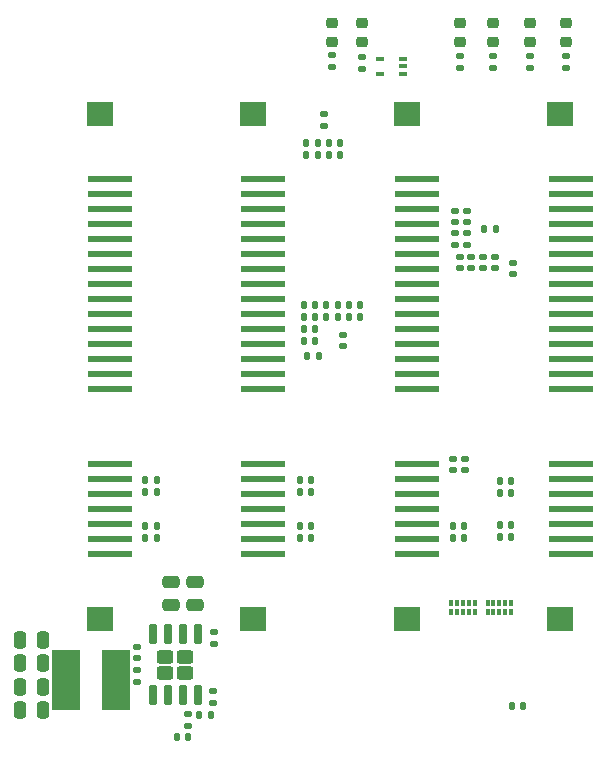
<source format=gbr>
%TF.GenerationSoftware,KiCad,Pcbnew,(6.0.7)*%
%TF.CreationDate,2022-11-16T16:45:53+01:00*%
%TF.ProjectId,MainBoard,4d61696e-426f-4617-9264-2e6b69636164,rev?*%
%TF.SameCoordinates,PXa344e00PY7102aa0*%
%TF.FileFunction,Paste,Bot*%
%TF.FilePolarity,Positive*%
%FSLAX46Y46*%
G04 Gerber Fmt 4.6, Leading zero omitted, Abs format (unit mm)*
G04 Created by KiCad (PCBNEW (6.0.7)) date 2022-11-16 16:45:53*
%MOMM*%
%LPD*%
G01*
G04 APERTURE LIST*
G04 Aperture macros list*
%AMRoundRect*
0 Rectangle with rounded corners*
0 $1 Rounding radius*
0 $2 $3 $4 $5 $6 $7 $8 $9 X,Y pos of 4 corners*
0 Add a 4 corners polygon primitive as box body*
4,1,4,$2,$3,$4,$5,$6,$7,$8,$9,$2,$3,0*
0 Add four circle primitives for the rounded corners*
1,1,$1+$1,$2,$3*
1,1,$1+$1,$4,$5*
1,1,$1+$1,$6,$7*
1,1,$1+$1,$8,$9*
0 Add four rect primitives between the rounded corners*
20,1,$1+$1,$2,$3,$4,$5,0*
20,1,$1+$1,$4,$5,$6,$7,0*
20,1,$1+$1,$6,$7,$8,$9,0*
20,1,$1+$1,$8,$9,$2,$3,0*%
%AMOutline4P*
0 Free polygon, 4 corners , with rotation*
0 The origin of the aperture is its center*
0 number of corners: always 4*
0 $1 to $8 corner X, Y*
0 $9 Rotation angle, in degrees counterclockwise*
0 create outline with 4 corners*
4,1,4,$1,$2,$3,$4,$5,$6,$7,$8,$1,$2,$9*%
G04 Aperture macros list end*
%ADD10R,0.650000X0.400000*%
%ADD11RoundRect,0.135000X-0.185000X0.135000X-0.185000X-0.135000X0.185000X-0.135000X0.185000X0.135000X0*%
%ADD12RoundRect,0.147500X0.172500X-0.147500X0.172500X0.147500X-0.172500X0.147500X-0.172500X-0.147500X0*%
%ADD13RoundRect,0.147500X0.147500X0.172500X-0.147500X0.172500X-0.147500X-0.172500X0.147500X-0.172500X0*%
%ADD14R,0.300000X0.550000*%
%ADD15R,0.400000X0.550000*%
%ADD16RoundRect,0.140000X0.140000X0.170000X-0.140000X0.170000X-0.140000X-0.170000X0.140000X-0.170000X0*%
%ADD17RoundRect,0.135000X0.185000X-0.135000X0.185000X0.135000X-0.185000X0.135000X-0.185000X-0.135000X0*%
%ADD18R,3.800000X0.600000*%
%ADD19Outline4P,-1.050000X-1.100000X1.050000X-1.100000X1.050000X1.100000X-1.050000X1.100000X90.000000*%
%ADD20RoundRect,0.250000X-0.475000X0.250000X-0.475000X-0.250000X0.475000X-0.250000X0.475000X0.250000X0*%
%ADD21RoundRect,0.250000X-0.250000X-0.475000X0.250000X-0.475000X0.250000X0.475000X-0.250000X0.475000X0*%
%ADD22RoundRect,0.140000X-0.140000X-0.170000X0.140000X-0.170000X0.140000X0.170000X-0.140000X0.170000X0*%
%ADD23RoundRect,0.218750X0.256250X-0.218750X0.256250X0.218750X-0.256250X0.218750X-0.256250X-0.218750X0*%
%ADD24RoundRect,0.135000X0.135000X0.185000X-0.135000X0.185000X-0.135000X-0.185000X0.135000X-0.185000X0*%
%ADD25RoundRect,0.147500X-0.172500X0.147500X-0.172500X-0.147500X0.172500X-0.147500X0.172500X0.147500X0*%
%ADD26RoundRect,0.140000X-0.170000X0.140000X-0.170000X-0.140000X0.170000X-0.140000X0.170000X0.140000X0*%
%ADD27R,2.350000X5.100000*%
%ADD28R,3.700000X0.600000*%
%ADD29RoundRect,0.140000X0.170000X-0.140000X0.170000X0.140000X-0.170000X0.140000X-0.170000X-0.140000X0*%
%ADD30RoundRect,0.250000X-0.460000X0.315000X-0.460000X-0.315000X0.460000X-0.315000X0.460000X0.315000X0*%
%ADD31RoundRect,0.150000X-0.150000X0.737500X-0.150000X-0.737500X0.150000X-0.737500X0.150000X0.737500X0*%
G04 APERTURE END LIST*
D10*
%TO.C,U9*%
X33475000Y65775000D03*
X33475000Y65125000D03*
X33475000Y64475000D03*
X31575000Y64475000D03*
X31575000Y65775000D03*
%TD*%
D11*
%TO.C,R8*%
X38300000Y66010000D03*
X38300000Y64990000D03*
%TD*%
D12*
%TO.C,FB3*%
X42800000Y47515000D03*
X42800000Y48485000D03*
%TD*%
D13*
%TO.C,FB2*%
X41385000Y51400000D03*
X40415000Y51400000D03*
%TD*%
D14*
%TO.C,U1*%
X42670000Y18955000D03*
X42170000Y18955000D03*
D15*
X41670000Y18955000D03*
D14*
X41170000Y18955000D03*
X40670000Y18955000D03*
X40670000Y19725000D03*
X41170000Y19725000D03*
D15*
X41670000Y19725000D03*
D14*
X42170000Y19725000D03*
X42670000Y19725000D03*
%TD*%
D16*
%TO.C,C41*%
X26280000Y57600000D03*
X25320000Y57600000D03*
%TD*%
D17*
%TO.C,R27*%
X30050000Y64940000D03*
X30050000Y65960000D03*
%TD*%
D18*
%TO.C,J2*%
X47700000Y23855000D03*
X47700000Y25125000D03*
X47700000Y26395000D03*
X47700000Y27665000D03*
X47700000Y28935000D03*
X47700000Y30205000D03*
X47700000Y31475000D03*
X47700000Y37825000D03*
X47700000Y39095000D03*
X47700000Y40365000D03*
X47700000Y41635000D03*
X47700000Y42905000D03*
X47700000Y44175000D03*
X47700000Y45445000D03*
X47700000Y46715000D03*
X47700000Y47985000D03*
X47700000Y49255000D03*
X47700000Y50525000D03*
X47700000Y51795000D03*
X47700000Y53065000D03*
X47700000Y54335000D03*
X47700000Y55605000D03*
D19*
X46850000Y61080000D03*
X46850000Y18380000D03*
%TD*%
D16*
%TO.C,C1*%
X43700000Y11000000D03*
X42740000Y11000000D03*
%TD*%
D11*
%TO.C,R6*%
X44300000Y66010000D03*
X44300000Y64990000D03*
%TD*%
D20*
%TO.C,C75*%
X13870000Y21450000D03*
X13870000Y19550000D03*
%TD*%
D21*
%TO.C,C76*%
X1120000Y12600000D03*
X3020000Y12600000D03*
%TD*%
D16*
%TO.C,C18*%
X42650000Y30020000D03*
X41690000Y30020000D03*
%TD*%
D22*
%TO.C,C17*%
X11690000Y29100000D03*
X12650000Y29100000D03*
%TD*%
%TO.C,C10*%
X11690000Y26200000D03*
X12650000Y26200000D03*
%TD*%
D17*
%TO.C,R21*%
X15300000Y9290000D03*
X15300000Y10310000D03*
%TD*%
D16*
%TO.C,C56*%
X27980000Y44900000D03*
X27020000Y44900000D03*
%TD*%
D22*
%TO.C,C16*%
X24790000Y29100000D03*
X25750000Y29100000D03*
%TD*%
%TO.C,C20*%
X24790000Y30080000D03*
X25750000Y30080000D03*
%TD*%
D12*
%TO.C,FB6*%
X28400000Y41415000D03*
X28400000Y42385000D03*
%TD*%
D22*
%TO.C,C8*%
X37748000Y26234000D03*
X38708000Y26234000D03*
%TD*%
D23*
%TO.C,D1*%
X47300000Y67212500D03*
X47300000Y68787500D03*
%TD*%
%TO.C,D2*%
X44300000Y67212500D03*
X44300000Y68787500D03*
%TD*%
D22*
%TO.C,C21*%
X11690000Y30080000D03*
X12650000Y30080000D03*
%TD*%
%TO.C,C5*%
X24790000Y25200000D03*
X25750000Y25200000D03*
%TD*%
%TO.C,C77*%
X14352000Y8326000D03*
X15312000Y8326000D03*
%TD*%
D24*
%TO.C,R22*%
X17285000Y10250000D03*
X16265000Y10250000D03*
%TD*%
D22*
%TO.C,C48*%
X25120000Y42900000D03*
X26080000Y42900000D03*
%TD*%
D11*
%TO.C,R5*%
X47300000Y66010000D03*
X47300000Y64990000D03*
%TD*%
D13*
%TO.C,FB7*%
X26385000Y40600000D03*
X25415000Y40600000D03*
%TD*%
D11*
%TO.C,R23*%
X17440000Y12220000D03*
X17440000Y11200000D03*
%TD*%
D22*
%TO.C,C4*%
X37728000Y25218000D03*
X38688000Y25218000D03*
%TD*%
D25*
%TO.C,FB5*%
X26800000Y61085000D03*
X26800000Y60115000D03*
%TD*%
D26*
%TO.C,C66*%
X11000000Y15960000D03*
X11000000Y15000000D03*
%TD*%
D11*
%TO.C,R20*%
X11000000Y13990000D03*
X11000000Y12970000D03*
%TD*%
D23*
%TO.C,D11*%
X27500000Y67212500D03*
X27500000Y68787500D03*
%TD*%
D22*
%TO.C,C59*%
X25120000Y41900000D03*
X26080000Y41900000D03*
%TD*%
D27*
%TO.C,L1*%
X9175000Y13200000D03*
X5025000Y13200000D03*
%TD*%
D22*
%TO.C,C6*%
X11690000Y25200000D03*
X12650000Y25200000D03*
%TD*%
D26*
%TO.C,C34*%
X40300000Y48980000D03*
X40300000Y48020000D03*
%TD*%
%TO.C,C39*%
X41300000Y48980000D03*
X41300000Y48020000D03*
%TD*%
%TO.C,C38*%
X38900000Y50980000D03*
X38900000Y50020000D03*
%TD*%
D23*
%TO.C,D3*%
X41170000Y67212500D03*
X41170000Y68787500D03*
%TD*%
D21*
%TO.C,C71*%
X1120000Y14600000D03*
X3020000Y14600000D03*
%TD*%
D23*
%TO.C,D4*%
X38300000Y67212500D03*
X38300000Y68787500D03*
%TD*%
D22*
%TO.C,C9*%
X24790000Y26180000D03*
X25750000Y26180000D03*
%TD*%
%TO.C,C57*%
X25120000Y43900000D03*
X26080000Y43900000D03*
%TD*%
D16*
%TO.C,C14*%
X42650000Y29000000D03*
X41690000Y29000000D03*
%TD*%
D18*
%TO.C,J3*%
X34700000Y23845000D03*
X34700000Y25115000D03*
X34700000Y26385000D03*
X34700000Y27655000D03*
X34700000Y28925000D03*
D28*
X34700000Y30195000D03*
D18*
X34700000Y31465000D03*
X34700000Y37815000D03*
X34700000Y39085000D03*
X34700000Y40355000D03*
X34700000Y41625000D03*
X34700000Y42895000D03*
X34700000Y44165000D03*
X34700000Y45435000D03*
X34700000Y46705000D03*
X34700000Y47975000D03*
X34700000Y49245000D03*
X34700000Y50515000D03*
X34700000Y51785000D03*
X34700000Y53055000D03*
X34700000Y54325000D03*
X34700000Y55595000D03*
D19*
X33850000Y18370000D03*
X33850000Y61070000D03*
%TD*%
D14*
%TO.C,U2*%
X39620000Y18915000D03*
X39120000Y18915000D03*
D15*
X38620000Y18915000D03*
D14*
X38120000Y18915000D03*
X37620000Y18915000D03*
X37620000Y19685000D03*
X38120000Y19685000D03*
D15*
X38620000Y19685000D03*
D14*
X39120000Y19685000D03*
X39620000Y19685000D03*
%TD*%
D22*
%TO.C,C47*%
X28920000Y44900000D03*
X29880000Y44900000D03*
%TD*%
D29*
%TO.C,C19*%
X37770000Y30920000D03*
X37770000Y31880000D03*
%TD*%
D22*
%TO.C,C31*%
X27220000Y58600000D03*
X28180000Y58600000D03*
%TD*%
D26*
%TO.C,C29*%
X38300000Y48980000D03*
X38300000Y48020000D03*
%TD*%
D16*
%TO.C,C7*%
X42650000Y26280000D03*
X41690000Y26280000D03*
%TD*%
%TO.C,C58*%
X27980000Y43900000D03*
X27020000Y43900000D03*
%TD*%
D23*
%TO.C,D12*%
X30050000Y67212500D03*
X30050000Y68787500D03*
%TD*%
D29*
%TO.C,C28*%
X37900000Y51920000D03*
X37900000Y52880000D03*
%TD*%
D30*
%TO.C,U7*%
X15075000Y15160000D03*
X15075000Y13800000D03*
X13375000Y15160000D03*
X13375000Y13800000D03*
D31*
X12320000Y17042500D03*
X13590000Y17042500D03*
X14860000Y17042500D03*
X16130000Y17042500D03*
X16130000Y11917500D03*
X14860000Y11917500D03*
X13590000Y11917500D03*
X12320000Y11917500D03*
%TD*%
D20*
%TO.C,C70*%
X15900000Y21450000D03*
X15900000Y19550000D03*
%TD*%
D21*
%TO.C,C68*%
X1120000Y16600000D03*
X3020000Y16600000D03*
%TD*%
D18*
%TO.C,J4*%
X21700000Y23855000D03*
X21700000Y25125000D03*
X21700000Y26395000D03*
X21700000Y27665000D03*
X21700000Y28935000D03*
X21700000Y30205000D03*
X21700000Y31475000D03*
X21700000Y37825000D03*
X21700000Y39095000D03*
X21700000Y40365000D03*
X21700000Y41635000D03*
X21700000Y42905000D03*
X21700000Y44175000D03*
X21700000Y45445000D03*
X21700000Y46715000D03*
X21700000Y47985000D03*
X21700000Y49255000D03*
X21700000Y50525000D03*
X21700000Y51795000D03*
X21700000Y53065000D03*
X21700000Y54335000D03*
X21700000Y55605000D03*
D19*
X20850000Y61080000D03*
X20850000Y18380000D03*
%TD*%
D29*
%TO.C,C15*%
X38770000Y30920000D03*
X38770000Y31880000D03*
%TD*%
D22*
%TO.C,C26*%
X27220000Y57600000D03*
X28180000Y57600000D03*
%TD*%
%TO.C,C52*%
X28920000Y43900000D03*
X29880000Y43900000D03*
%TD*%
D16*
%TO.C,C3*%
X42650000Y25300000D03*
X41690000Y25300000D03*
%TD*%
D22*
%TO.C,C53*%
X25120000Y44900000D03*
X26080000Y44900000D03*
%TD*%
D11*
%TO.C,R7*%
X41170000Y66010000D03*
X41170000Y64990000D03*
%TD*%
D29*
%TO.C,C69*%
X17500000Y16250000D03*
X17500000Y17210000D03*
%TD*%
D16*
%TO.C,C36*%
X26280000Y58600000D03*
X25320000Y58600000D03*
%TD*%
D26*
%TO.C,C33*%
X37900000Y50980000D03*
X37900000Y50020000D03*
%TD*%
D21*
%TO.C,C73*%
X1120000Y10600000D03*
X3020000Y10600000D03*
%TD*%
D17*
%TO.C,R9*%
X27500000Y65040000D03*
X27500000Y66060000D03*
%TD*%
D18*
%TO.C,J5*%
X8690000Y23855000D03*
X8690000Y25125000D03*
X8690000Y26395000D03*
X8690000Y27665000D03*
X8690000Y28935000D03*
X8690000Y30205000D03*
X8690000Y31475000D03*
X8690000Y37825000D03*
X8690000Y39095000D03*
X8690000Y40365000D03*
X8690000Y41635000D03*
X8690000Y42905000D03*
X8690000Y44175000D03*
X8690000Y45445000D03*
X8690000Y46715000D03*
X8690000Y47985000D03*
X8690000Y49255000D03*
X8690000Y50525000D03*
X8690000Y51795000D03*
X8690000Y53065000D03*
X8690000Y54335000D03*
X8690000Y55605000D03*
D19*
X7840000Y18380000D03*
X7840000Y61080000D03*
%TD*%
D26*
%TO.C,C24*%
X39300000Y48980000D03*
X39300000Y48020000D03*
%TD*%
D29*
%TO.C,C23*%
X38900000Y51920000D03*
X38900000Y52880000D03*
%TD*%
M02*

</source>
